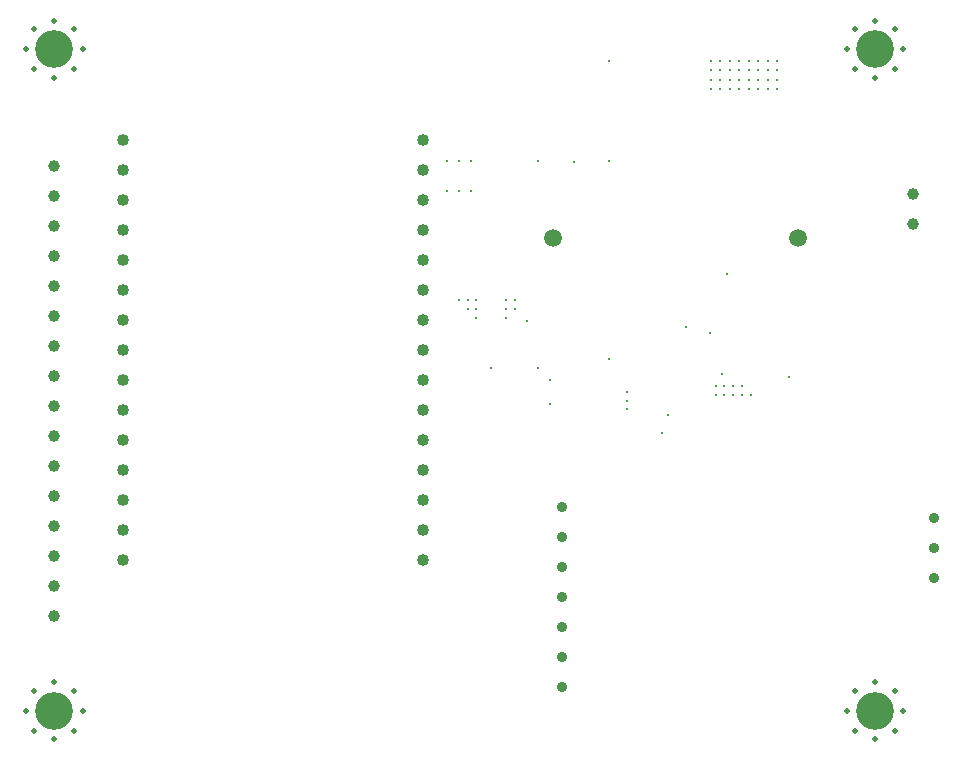
<source format=gbr>
%TF.GenerationSoftware,KiCad,Pcbnew,9.0.2*%
%TF.CreationDate,2025-06-04T20:10:03+07:00*%
%TF.ProjectId,Telemetry V.3 BM13 EVO Hy,54656c65-6d65-4747-9279-20562e332042,rev?*%
%TF.SameCoordinates,Original*%
%TF.FileFunction,Plated,1,2,PTH,Drill*%
%TF.FilePolarity,Positive*%
%FSLAX46Y46*%
G04 Gerber Fmt 4.6, Leading zero omitted, Abs format (unit mm)*
G04 Created by KiCad (PCBNEW 9.0.2) date 2025-06-04 20:10:03*
%MOMM*%
%LPD*%
G01*
G04 APERTURE LIST*
%TA.AperFunction,ViaDrill*%
%ADD10C,0.250000*%
%TD*%
%TA.AperFunction,ViaDrill*%
%ADD11C,0.300000*%
%TD*%
%TA.AperFunction,ComponentDrill*%
%ADD12C,0.500000*%
%TD*%
%TA.AperFunction,ComponentDrill*%
%ADD13C,0.900000*%
%TD*%
%TA.AperFunction,ComponentDrill*%
%ADD14C,1.000000*%
%TD*%
%TA.AperFunction,ComponentDrill*%
%ADD15C,1.020000*%
%TD*%
%TA.AperFunction,ComponentDrill*%
%ADD16C,1.500000*%
%TD*%
%TA.AperFunction,ComponentDrill*%
%ADD17C,3.200000*%
%TD*%
G04 APERTURE END LIST*
D10*
X91250000Y-73250000D03*
X92000000Y-73250000D03*
X92000000Y-74000000D03*
X92750000Y-73250000D03*
X92750000Y-74000000D03*
X92750000Y-74750000D03*
X95250000Y-73250000D03*
X95250000Y-74000000D03*
X95250000Y-74750000D03*
X96000000Y-73250000D03*
X96000000Y-74000000D03*
X105500000Y-81000000D03*
X105500000Y-81750000D03*
X105500000Y-82500000D03*
X113000000Y-80500000D03*
X113000000Y-81250000D03*
X113750000Y-80500000D03*
X113750000Y-81250000D03*
X114500000Y-80500000D03*
X114500000Y-81250000D03*
X115250000Y-80500000D03*
X115250000Y-81250000D03*
X116000000Y-81250000D03*
X119250000Y-79750000D03*
D11*
X90250000Y-61500000D03*
X90250000Y-64000000D03*
X91250000Y-61500000D03*
X91250000Y-64000000D03*
X92250000Y-61500000D03*
X92250000Y-64000000D03*
X94000000Y-79000000D03*
X97000000Y-75000000D03*
X98000000Y-61500000D03*
X98000000Y-79000000D03*
X99000000Y-80000000D03*
X99000000Y-82000000D03*
X101000000Y-61545000D03*
X104000000Y-53000000D03*
X104000000Y-61500000D03*
X104000000Y-78250000D03*
X108500000Y-84500000D03*
X109000000Y-83000000D03*
X110500000Y-75500000D03*
X112500000Y-76000000D03*
X112600000Y-53000000D03*
X112600000Y-53800000D03*
X112600000Y-54600000D03*
X112600000Y-55400000D03*
X113400000Y-53000000D03*
X113400000Y-53800000D03*
X113400000Y-54600000D03*
X113400000Y-55400000D03*
X113500000Y-79500000D03*
X114000000Y-71000000D03*
X114200000Y-53000000D03*
X114200000Y-53800000D03*
X114200000Y-54600000D03*
X114200000Y-55400000D03*
X115000000Y-53000000D03*
X115000000Y-53800000D03*
X115000000Y-54600000D03*
X115000000Y-55400000D03*
X115800000Y-53000000D03*
X115800000Y-53800000D03*
X115800000Y-54600000D03*
X115800000Y-55400000D03*
X116600000Y-53000000D03*
X116600000Y-53800000D03*
X116600000Y-54600000D03*
X116600000Y-55400000D03*
X117400000Y-53000000D03*
X117400000Y-53800000D03*
X117400000Y-54600000D03*
X117400000Y-55400000D03*
X118200000Y-53000000D03*
X118200000Y-53800000D03*
X118200000Y-54600000D03*
X118200000Y-55400000D03*
D12*
%TO.C,REF\u002A\u002A*%
X54600000Y-52000000D03*
X54600000Y-108000000D03*
X55302944Y-50302944D03*
X55302944Y-53697056D03*
X55302944Y-106302944D03*
X55302944Y-109697056D03*
X57000000Y-49600000D03*
X57000000Y-54400000D03*
X57000000Y-105600000D03*
X57000000Y-110400000D03*
X58697056Y-50302944D03*
X58697056Y-53697056D03*
X58697056Y-106302944D03*
X58697056Y-109697056D03*
X59400000Y-52000000D03*
X59400000Y-108000000D03*
X124100000Y-52000000D03*
X124100000Y-108000000D03*
X124802944Y-50302944D03*
X124802944Y-53697056D03*
X124802944Y-106302944D03*
X124802944Y-109697056D03*
X126500000Y-49600000D03*
X126500000Y-54400000D03*
X126500000Y-105600000D03*
X126500000Y-110400000D03*
X128197056Y-50302944D03*
X128197056Y-53697056D03*
X128197056Y-106302944D03*
X128197056Y-109697056D03*
X128900000Y-52000000D03*
X128900000Y-108000000D03*
D13*
%TO.C,LoraE220-900T22D1*%
X100000000Y-90750000D03*
X100000000Y-93290000D03*
X100000000Y-95830000D03*
X100000000Y-98370000D03*
X100000000Y-100910000D03*
X100000000Y-103450000D03*
X100000000Y-105990000D03*
X131500000Y-91670000D03*
X131500000Y-94210000D03*
X131500000Y-96750000D03*
D14*
%TO.C,J4*%
X57000000Y-61900000D03*
X57000000Y-64440000D03*
X57000000Y-66980000D03*
X57000000Y-69520000D03*
X57000000Y-72060000D03*
X57000000Y-74600000D03*
X57000000Y-77140000D03*
X57000000Y-79680000D03*
X57000000Y-82220000D03*
X57000000Y-84760000D03*
X57000000Y-87300000D03*
X57000000Y-89840000D03*
X57000000Y-92380000D03*
X57000000Y-94920000D03*
X57000000Y-97460000D03*
X57000000Y-100000000D03*
%TO.C,J2*%
X129750000Y-64235000D03*
X129750000Y-66775000D03*
D15*
%TO.C,U1*%
X62800000Y-59705000D03*
X62800000Y-62245000D03*
X62800000Y-64785000D03*
X62800000Y-67325000D03*
X62800000Y-69865000D03*
X62800000Y-72405000D03*
X62800000Y-74945000D03*
X62800000Y-77485000D03*
X62800000Y-80025000D03*
X62800000Y-82565000D03*
X62800000Y-85105000D03*
X62800000Y-87645000D03*
X62800000Y-90185000D03*
X62800000Y-92725000D03*
X62800000Y-95265000D03*
X88200000Y-59705000D03*
X88200000Y-62245000D03*
X88200000Y-64785000D03*
X88200000Y-67325000D03*
X88200000Y-69865000D03*
X88200000Y-72405000D03*
X88200000Y-74945000D03*
X88200000Y-77485000D03*
X88200000Y-80025000D03*
X88200000Y-82565000D03*
X88200000Y-85105000D03*
X88200000Y-87645000D03*
X88200000Y-90185000D03*
X88200000Y-92725000D03*
X88200000Y-95265000D03*
D16*
%TO.C,BT1*%
X99210914Y-68000000D03*
X120010914Y-68000000D03*
D17*
%TO.C,REF\u002A\u002A*%
X57000000Y-52000000D03*
X57000000Y-108000000D03*
X126500000Y-52000000D03*
X126500000Y-108000000D03*
M02*

</source>
